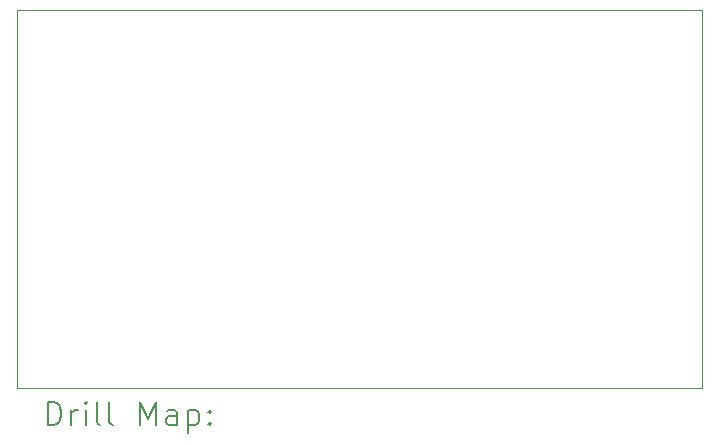
<source format=gbr>
%TF.GenerationSoftware,KiCad,Pcbnew,6.0.11+dfsg-1*%
%TF.CreationDate,2026-01-16T17:50:59+01:00*%
%TF.ProjectId,bed-remote,6265642d-7265-46d6-9f74-652e6b696361,rev?*%
%TF.SameCoordinates,Original*%
%TF.FileFunction,Drillmap*%
%TF.FilePolarity,Positive*%
%FSLAX45Y45*%
G04 Gerber Fmt 4.5, Leading zero omitted, Abs format (unit mm)*
G04 Created by KiCad (PCBNEW 6.0.11+dfsg-1) date 2026-01-16 17:50:59*
%MOMM*%
%LPD*%
G01*
G04 APERTURE LIST*
%ADD10C,0.050000*%
%ADD11C,0.200000*%
G04 APERTURE END LIST*
D10*
X9500000Y-5200000D02*
X3700000Y-5200000D01*
X3700000Y-2000000D01*
X9500000Y-2000000D01*
X9500000Y-5200000D01*
D11*
X3955119Y-5512976D02*
X3955119Y-5312976D01*
X4002738Y-5312976D01*
X4031309Y-5322500D01*
X4050357Y-5341548D01*
X4059881Y-5360595D01*
X4069405Y-5398690D01*
X4069405Y-5427262D01*
X4059881Y-5465357D01*
X4050357Y-5484405D01*
X4031309Y-5503452D01*
X4002738Y-5512976D01*
X3955119Y-5512976D01*
X4155119Y-5512976D02*
X4155119Y-5379643D01*
X4155119Y-5417738D02*
X4164643Y-5398690D01*
X4174167Y-5389167D01*
X4193214Y-5379643D01*
X4212262Y-5379643D01*
X4278929Y-5512976D02*
X4278929Y-5379643D01*
X4278929Y-5312976D02*
X4269405Y-5322500D01*
X4278929Y-5332024D01*
X4288452Y-5322500D01*
X4278929Y-5312976D01*
X4278929Y-5332024D01*
X4402738Y-5512976D02*
X4383690Y-5503452D01*
X4374167Y-5484405D01*
X4374167Y-5312976D01*
X4507500Y-5512976D02*
X4488452Y-5503452D01*
X4478929Y-5484405D01*
X4478929Y-5312976D01*
X4736071Y-5512976D02*
X4736071Y-5312976D01*
X4802738Y-5455833D01*
X4869405Y-5312976D01*
X4869405Y-5512976D01*
X5050357Y-5512976D02*
X5050357Y-5408214D01*
X5040833Y-5389167D01*
X5021786Y-5379643D01*
X4983690Y-5379643D01*
X4964643Y-5389167D01*
X5050357Y-5503452D02*
X5031310Y-5512976D01*
X4983690Y-5512976D01*
X4964643Y-5503452D01*
X4955119Y-5484405D01*
X4955119Y-5465357D01*
X4964643Y-5446310D01*
X4983690Y-5436786D01*
X5031310Y-5436786D01*
X5050357Y-5427262D01*
X5145595Y-5379643D02*
X5145595Y-5579643D01*
X5145595Y-5389167D02*
X5164643Y-5379643D01*
X5202738Y-5379643D01*
X5221786Y-5389167D01*
X5231310Y-5398690D01*
X5240833Y-5417738D01*
X5240833Y-5474881D01*
X5231310Y-5493929D01*
X5221786Y-5503452D01*
X5202738Y-5512976D01*
X5164643Y-5512976D01*
X5145595Y-5503452D01*
X5326548Y-5493929D02*
X5336071Y-5503452D01*
X5326548Y-5512976D01*
X5317024Y-5503452D01*
X5326548Y-5493929D01*
X5326548Y-5512976D01*
X5326548Y-5389167D02*
X5336071Y-5398690D01*
X5326548Y-5408214D01*
X5317024Y-5398690D01*
X5326548Y-5389167D01*
X5326548Y-5408214D01*
M02*

</source>
